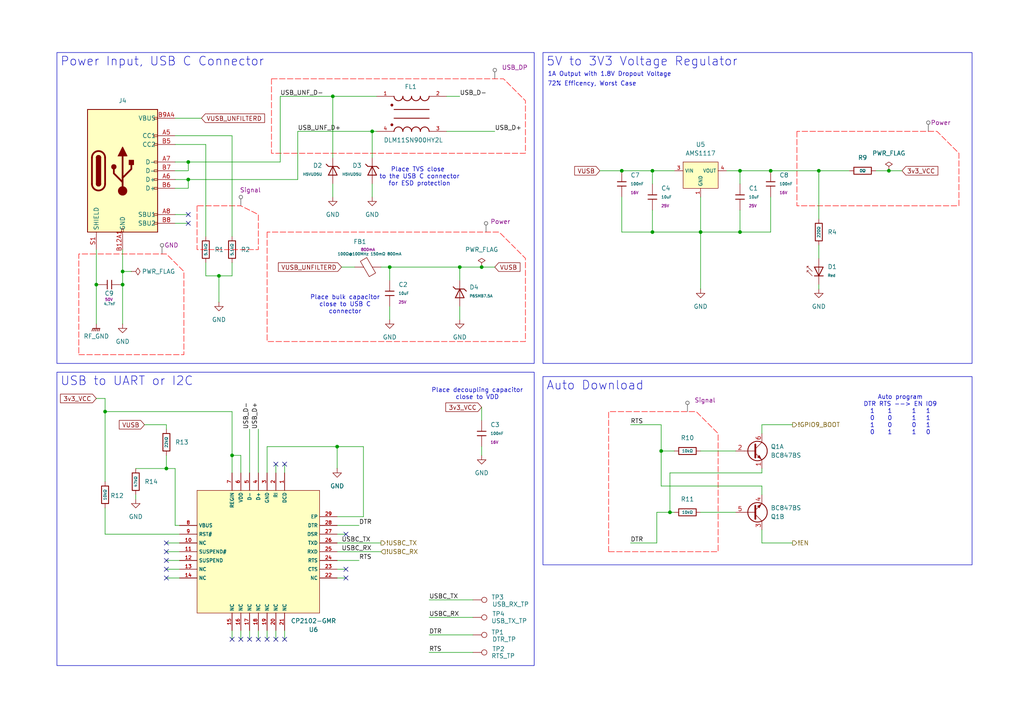
<source format=kicad_sch>
(kicad_sch (version 20250114) (generator "eeschema") (generator_version "9.0")
  (paper "A4")
  (title_block (title "Mileage Logger") (rev "DEV_001") (company "Jake Odgers"))
  (text "Place TVS close \nto the USB C connector\nfor ESD protection\n" (at 121.666 51.308 0) (effects (font (size 1.27 1.27))))
  (text "Place decoupling capacitor\nclose to VDD" (at 138.43 114.3 0) (effects (font (size 1.27 1.27))))
  (text "Auto program\nDTR RTS --> EN IO9\n1    1      1   1\n0    0      1   1\n1    0      0   1\n0    1      1   0\n" (at 261.112 120.396 0) (effects (font (size 1.27 1.27))))
  (text "Place bulk capacitor\nclose to USB C\nconnector" (at 100.076 88.392 0) (effects (font (size 1.27 1.27))))
  (text "72% Efficency, Worst Case" (at 171.704 24.384 0) (effects (font (size 1.27 1.27))))
  (text "1A Output with 1.8V Dropout Voltage" (at 176.784 21.59 0) (effects (font (size 1.27 1.27))))
  (text_box "USB to UART or I2C" (at 16.51 107.95 0) (size 138.43 85.09) (margins 0.9525 0.9525 0.9525 0.9525) (effects (font (size 2.54 2.54)) (justify left top)))
  (text_box "Power Input, USB C Connector" (at 16.51 15.24 0) (size 138.43 90.17) (margins 0.9525 0.9525 0.9525 0.9525) (effects (font (size 2.54 2.54)) (justify left top)))
  (text_box "Auto Download" (at 157.48 109.22 0) (size 124.46 54.61) (margins 0.9525 0.9525 0.9525 0.9525) (effects (font (size 2.54 2.54)) (justify left top)))
  (text_box "5V to 3V3 Voltage Regulator\n" (at 157.48 15.24 0) (size 124.46 90.17) (margins 0.9525 0.9525 0.9525 0.9525) (effects (font (size 2.54 2.54)) (justify left top)))
  (junction (at 257.81 49.53))
  (junction (at 27.94 82.55))
  (junction (at 67.31 132.08))
  (junction (at 194.31 148.59))
  (junction (at 54.61 52.07))
  (junction (at 180.34 49.53))
  (junction (at 214.63 67.31))
  (junction (at 113.03 77.47))
  (junction (at 189.23 67.31))
  (junction (at 54.61 46.99))
  (junction (at 214.63 49.53))
  (junction (at 96.52 27.94))
  (junction (at 139.7 77.47))
  (junction (at 48.26 135.89))
  (junction (at 189.23 49.53))
  (junction (at 191.77 130.81))
  (junction (at 237.49 49.53))
  (junction (at 223.52 49.53))
  (junction (at 97.79 129.54))
  (junction (at 203.2 67.31))
  (junction (at 133.35 77.47))
  (junction (at 30.48 119.38))
  (junction (at 35.56 78.74))
  (junction (at 35.56 82.55))
  (junction (at 63.5 80.01))
  (junction (at 107.95 38.1))
  (no_connect (at 100.33 165.1))
  (no_connect (at 48.26 167.64))
  (no_connect (at 100.33 167.64))
  (no_connect (at 48.26 165.1))
  (no_connect (at 100.33 154.94))
  (no_connect (at 67.31 185.42))
  (no_connect (at 80.01 134.62))
  (no_connect (at 48.26 160.02))
  (no_connect (at 82.55 134.62))
  (no_connect (at 69.85 185.42))
  (no_connect (at 80.01 185.42))
  (no_connect (at 74.93 185.42))
  (no_connect (at 82.55 185.42))
  (no_connect (at 48.26 162.56))
  (no_connect (at 54.61 64.77))
  (no_connect (at 54.61 62.23))
  (no_connect (at 77.47 185.42))
  (no_connect (at 72.39 185.42))
  (no_connect (at 48.26 157.48))
  (wire (pts (xy 173.99 49.53) (xy 180.34 49.53)))
  (wire (pts (xy 110.49 77.47) (xy 113.03 77.47)))
  (wire (pts (xy 97.79 152.4) (xy 104.14 152.4)))
  (wire (pts (xy 35.56 82.55) (xy 35.56 93.98)))
  (wire (pts (xy 27.94 82.55) (xy 27.94 93.98)))
  (wire (pts (xy 48.26 135.89) (xy 50.8 135.89)))
  (wire (pts (xy 107.95 38.1) (xy 109.22 38.1)))
  (wire (pts (xy 214.63 49.53) (xy 214.63 53.34)))
  (wire (pts (xy 194.31 137.16) (xy 194.31 148.59)))
  (wire (pts (xy 254 49.53) (xy 257.81 49.53)))
  (wire (pts (xy 107.95 53.34) (xy 107.95 57.15)))
  (wire (pts (xy 50.8 135.89) (xy 50.8 152.4)))
  (wire (pts (xy 27.94 115.57) (xy 30.48 115.57)))
  (wire (pts (xy 39.37 143.51) (xy 39.37 144.78)))
  (wire (pts (xy 77.47 129.54) (xy 77.47 137.16)))
  (wire (pts (xy 107.95 38.1) (xy 107.95 45.72)))
  (wire (pts (xy 129.54 38.1) (xy 143.51 38.1)))
  (wire (pts (xy 50.8 46.99) (xy 54.61 46.99)))
  (wire (pts (xy 50.8 49.53) (xy 54.61 49.53)))
  (wire (pts (xy 97.79 129.54) (xy 105.41 129.54)))
  (wire (pts (xy 82.55 134.62) (xy 82.55 137.16)))
  (wire (pts (xy 124.46 173.99) (xy 137.16 173.99)))
  (wire (pts (xy 182.88 157.48) (xy 190.5 157.48)))
  (wire (pts (xy 86.36 38.1) (xy 107.95 38.1)))
  (wire (pts (xy 69.85 132.08) (xy 67.31 132.08)))
  (wire (pts (xy 113.03 77.47) (xy 133.35 77.47)))
  (wire (pts (xy 52.07 152.4) (xy 50.8 152.4)))
  (wire (pts (xy 203.2 57.15) (xy 203.2 67.31)))
  (wire (pts (xy 189.23 60.96) (xy 189.23 67.31)))
  (wire (pts (xy 124.46 189.23) (xy 137.16 189.23)))
  (wire (pts (xy 50.8 54.61) (xy 54.61 54.61)))
  (wire (pts (xy 180.34 67.31) (xy 189.23 67.31)))
  (wire (pts (xy 54.61 52.07) (xy 86.36 52.07)))
  (wire (pts (xy 182.88 123.19) (xy 191.77 123.19)))
  (wire (pts (xy 237.49 49.53) (xy 246.38 49.53)))
  (wire (pts (xy 80.01 134.62) (xy 80.01 137.16)))
  (wire (pts (xy 214.63 67.31) (xy 203.2 67.31)))
  (wire (pts (xy 30.48 154.94) (xy 52.07 154.94)))
  (wire (pts (xy 124.46 184.15) (xy 137.16 184.15)))
  (wire (pts (xy 220.98 153.67) (xy 220.98 157.48)))
  (wire (pts (xy 63.5 87.63) (xy 63.5 80.01)))
  (wire (pts (xy 191.77 140.97) (xy 191.77 130.81)))
  (wire (pts (xy 220.98 125.73) (xy 220.98 123.19)))
  (wire (pts (xy 86.36 52.07) (xy 86.36 38.1)))
  (wire (pts (xy 96.52 53.34) (xy 96.52 57.15)))
  (wire (pts (xy 257.81 49.53) (xy 261.62 49.53)))
  (wire (pts (xy 67.31 182.88) (xy 67.31 185.42)))
  (wire (pts (xy 220.98 140.97) (xy 191.77 140.97)))
  (wire (pts (xy 97.79 167.64) (xy 100.33 167.64)))
  (wire (pts (xy 220.98 143.51) (xy 220.98 140.97)))
  (wire (pts (xy 180.34 57.15) (xy 180.34 67.31)))
  (wire (pts (xy 133.35 77.47) (xy 139.7 77.47)))
  (wire (pts (xy 194.31 148.59) (xy 190.5 148.59)))
  (wire (pts (xy 220.98 137.16) (xy 194.31 137.16)))
  (wire (pts (xy 96.52 27.94) (xy 109.22 27.94)))
  (wire (pts (xy 48.26 157.48) (xy 52.07 157.48)))
  (wire (pts (xy 113.03 88.9) (xy 113.03 92.71)))
  (wire (pts (xy 105.41 129.54) (xy 105.41 149.86)))
  (wire (pts (xy 220.98 135.89) (xy 220.98 137.16)))
  (wire (pts (xy 39.37 135.89) (xy 48.26 135.89)))
  (wire (pts (xy 54.61 52.07) (xy 54.61 54.61)))
  (wire (pts (xy 223.52 57.15) (xy 223.52 67.31)))
  (wire (pts (xy 77.47 129.54) (xy 97.79 129.54)))
  (wire (pts (xy 81.28 27.94) (xy 96.52 27.94)))
  (wire (pts (xy 48.26 160.02) (xy 52.07 160.02)))
  (wire (pts (xy 30.48 119.38) (xy 30.48 139.7)))
  (wire (pts (xy 67.31 132.08) (xy 67.31 137.16)))
  (wire (pts (xy 189.23 49.53) (xy 189.23 53.34)))
  (wire (pts (xy 133.35 88.9) (xy 133.35 92.71)))
  (wire (pts (xy 77.47 182.88) (xy 77.47 185.42)))
  (wire (pts (xy 82.55 182.88) (xy 82.55 185.42)))
  (wire (pts (xy 113.03 81.28) (xy 113.03 77.47)))
  (wire (pts (xy 97.79 162.56) (xy 104.14 162.56)))
  (wire (pts (xy 48.26 165.1) (xy 52.07 165.1)))
  (wire (pts (xy 96.52 27.94) (xy 96.52 45.72)))
  (wire (pts (xy 54.61 46.99) (xy 81.28 46.99)))
  (wire (pts (xy 48.26 162.56) (xy 52.07 162.56)))
  (wire (pts (xy 124.46 179.07) (xy 137.16 179.07)))
  (wire (pts (xy 54.61 46.99) (xy 54.61 49.53)))
  (wire (pts (xy 59.69 68.58) (xy 59.69 41.91)))
  (wire (pts (xy 35.56 72.39) (xy 35.56 78.74)))
  (wire (pts (xy 214.63 49.53) (xy 223.52 49.53)))
  (wire (pts (xy 35.56 78.74) (xy 38.1 78.74)))
  (wire (pts (xy 237.49 82.55) (xy 237.49 83.82)))
  (wire (pts (xy 74.93 124.46) (xy 74.93 137.16)))
  (wire (pts (xy 74.93 182.88) (xy 74.93 185.42)))
  (wire (pts (xy 59.69 80.01) (xy 59.69 76.2)))
  (wire (pts (xy 97.79 135.89) (xy 97.79 129.54)))
  (wire (pts (xy 35.56 78.74) (xy 35.56 82.55)))
  (wire (pts (xy 67.31 80.01) (xy 63.5 80.01)))
  (wire (pts (xy 48.26 167.64) (xy 52.07 167.64)))
  (wire (pts (xy 237.49 49.53) (xy 237.49 63.5)))
  (wire (pts (xy 191.77 123.19) (xy 191.77 130.81)))
  (wire (pts (xy 59.69 80.01) (xy 63.5 80.01)))
  (wire (pts (xy 48.26 132.08) (xy 48.26 135.89)))
  (wire (pts (xy 97.79 160.02) (xy 110.49 160.02)))
  (wire (pts (xy 80.01 182.88) (xy 80.01 185.42)))
  (wire (pts (xy 139.7 118.11) (xy 139.7 121.92)))
  (wire (pts (xy 50.8 64.77) (xy 54.61 64.77)))
  (wire (pts (xy 30.48 115.57) (xy 30.48 119.38)))
  (wire (pts (xy 110.49 157.48) (xy 97.79 157.48)))
  (wire (pts (xy 67.31 76.2) (xy 67.31 80.01)))
  (wire (pts (xy 67.31 39.37) (xy 50.8 39.37)))
  (wire (pts (xy 50.8 34.29) (xy 58.42 34.29)))
  (wire (pts (xy 214.63 60.96) (xy 214.63 67.31)))
  (wire (pts (xy 133.35 77.47) (xy 133.35 81.28)))
  (wire (pts (xy 210.82 49.53) (xy 214.63 49.53)))
  (wire (pts (xy 220.98 123.19) (xy 229.87 123.19)))
  (wire (pts (xy 30.48 154.94) (xy 30.48 147.32)))
  (wire (pts (xy 67.31 119.38) (xy 67.31 132.08)))
  (wire (pts (xy 59.69 41.91) (xy 50.8 41.91)))
  (wire (pts (xy 189.23 67.31) (xy 203.2 67.31)))
  (wire (pts (xy 223.52 67.31) (xy 214.63 67.31)))
  (wire (pts (xy 72.39 124.46) (xy 72.39 137.16)))
  (wire (pts (xy 190.5 148.59) (xy 190.5 157.48)))
  (wire (pts (xy 50.8 62.23) (xy 54.61 62.23)))
  (wire (pts (xy 139.7 77.47) (xy 143.51 77.47)))
  (wire (pts (xy 139.7 129.54) (xy 139.7 132.08)))
  (wire (pts (xy 81.28 46.99) (xy 81.28 27.94)))
  (wire (pts (xy 97.79 154.94) (xy 100.33 154.94)))
  (wire (pts (xy 223.52 49.53) (xy 237.49 49.53)))
  (wire (pts (xy 105.41 149.86) (xy 97.79 149.86)))
  (wire (pts (xy 191.77 130.81) (xy 195.58 130.81)))
  (wire (pts (xy 203.2 67.31) (xy 203.2 83.82)))
  (wire (pts (xy 195.58 148.59) (xy 194.31 148.59)))
  (wire (pts (xy 48.26 124.46) (xy 48.26 123.19)))
  (wire (pts (xy 72.39 182.88) (xy 72.39 185.42)))
  (wire (pts (xy 30.48 119.38) (xy 67.31 119.38)))
  (wire (pts (xy 180.34 49.53) (xy 189.23 49.53)))
  (wire (pts (xy 203.2 130.81) (xy 213.36 130.81)))
  (wire (pts (xy 220.98 157.48) (xy 229.87 157.48)))
  (wire (pts (xy 27.94 72.39) (xy 27.94 82.55)))
  (wire (pts (xy 67.31 39.37) (xy 67.31 68.58)))
  (wire (pts (xy 203.2 148.59) (xy 213.36 148.59)))
  (wire (pts (xy 48.26 123.19) (xy 41.91 123.19)))
  (wire (pts (xy 69.85 137.16) (xy 69.85 132.08)))
  (wire (pts (xy 97.79 165.1) (xy 100.33 165.1)))
  (wire (pts (xy 129.54 27.94) (xy 133.35 27.94)))
  (wire (pts (xy 99.06 77.47) (xy 102.87 77.47)))
  (wire (pts (xy 189.23 49.53) (xy 195.58 49.53)))
  (wire (pts (xy 69.85 182.88) (xy 69.85 185.42)))
  (wire (pts (xy 237.49 71.12) (xy 237.49 74.93)))
  (wire (pts (xy 54.61 52.07) (xy 50.8 52.07)))
  (label "RTS" (at 104.14 162.56 0))
  (label "DTR" (at 124.46 184.15 0))
  (label "RTS" (at 182.88 123.19 0))
  (label "USB_UNF_D+" (at 86.36 38.1 0))
  (label "DTR" (at 182.88 157.48 0))
  (label "USB_D-" (at 133.35 27.94 0))
  (label "USB_D+" (at 74.93 124.46 90))
  (label "RTS" (at 124.46 189.23 0))
  (label "USBC_RX" (at 124.46 179.07 0))
  (label "USBC_TX" (at 99.06 157.48 0))
  (label "DTR" (at 104.14 152.4 0))
  (label "USB_UNF_D-" (at 81.28 27.94 0))
  (label "USBC_TX" (at 124.46 173.99 0))
  (label "USBC_RX" (at 99.06 160.02 0))
  (label "USB_D-" (at 72.39 124.46 90))
  (label "USB_D+" (at 143.51 38.1 0))
  (global_label "VUSB" (shape input) (at 173.99 49.53 180) (property "Intersheetrefs" "${INTERSHEET_REFS}" (effects (hide yes))))
  (global_label "VUSB_UNFILTERD" (shape input) (at 99.06 77.47 180) (property "Intersheetrefs" "${INTERSHEET_REFS}" (effects (hide yes))))
  (global_label "VUSB" (shape input) (at 143.51 77.47 0) (property "Intersheetrefs" "${INTERSHEET_REFS}" (effects (hide yes))))
  (global_label "VUSB_UNFILTERD" (shape input) (at 58.42 34.29 0) (property "Intersheetrefs" "${INTERSHEET_REFS}" (effects (hide yes))))
  (global_label "3v3_VCC" (shape input) (at 139.7 118.11 180) (property "Intersheetrefs" "${INTERSHEET_REFS}" (effects (hide yes))))
  (global_label "VUSB" (shape input) (at 41.91 123.19 180) (property "Intersheetrefs" "${INTERSHEET_REFS}" (effects (hide yes))))
  (global_label "3v3_VCC" (shape input) (at 27.94 115.57 180) (property "Intersheetrefs" "${INTERSHEET_REFS}" (effects (hide yes))))
  (global_label "3v3_VCC" (shape input) (at 261.62 49.53 0) (property "Intersheetrefs" "${INTERSHEET_REFS}" (effects (hide yes))))
  (hierarchical_label "!GPIO9_BOOT" (shape output) (at 229.87 123.19 0))
  (hierarchical_label "!USBC_TX" (shape output) (at 110.49 157.48 0))
  (hierarchical_label "!EN" (shape output) (at 229.87 157.48 0))
  (hierarchical_label "!USBC_RX" (shape input) (at 110.49 160.02 0))
  (rule_area (polyline (pts (xy 176.53 160.02) (xy 208.28 160.02) (xy 208.28 125.73) (xy 201.93 119.38) (xy 176.53 119.38)) (stroke (width 0) (type dash))))
  (rule_area (polyline (pts (xy 22.86 102.87) (xy 53.34 102.87) (xy 53.34 78.74) (xy 48.26 73.66) (xy 22.86 73.66)) (stroke (width 0) (type dash))))
  (rule_area (polyline (pts (xy 57.15 59.69) (xy 57.15 72.39) (xy 74.93 72.39) (xy 74.93 62.23) (xy 69.85 59.69)) (stroke (width 0) (type dash))))
  (rule_area (polyline (pts (xy 231.14 38.1) (xy 231.14 59.69) (xy 278.13 59.69) (xy 278.13 44.45) (xy 271.78 38.1)) (stroke (width 0) (type dash))))
  (rule_area (polyline (pts (xy 77.47 67.31) (xy 77.47 99.06) (xy 152.4 99.06) (xy 152.4 74.93) (xy 144.78 67.31)) (stroke (width 0) (type dash))))
  (rule_area (polyline (pts (xy 78.74 22.86) (xy 146.05 22.86) (xy 152.4 29.21) (xy 152.4 44.45) (xy 78.74 44.45)) (stroke (width 0) (type dash))))
  (netclass_flag "" (length 2.54) (shape round) (at 46.99 73.66 0) (property "Netclass" "GND" (at 47.6885 71.12 0) (effects (justify left))))
  (netclass_flag "" (length 2.54) (shape round) (at 199.39 119.38 0) (property "Netclass" "Signal" (at 201.422 116.078 0) (effects (justify left))))
  (netclass_flag "" (length 2.54) (shape round) (at 143.51 22.86 0) (property "Netclass" "USB_DP" (at 145.542 19.558 0) (effects (justify left))))
  (netclass_flag "" (length 2.54) (shape round) (at 69.85 59.69 0) (property "Netclass" "Signal" (at 75.692 55.118 0) (effects (justify right))))
  (netclass_flag "" (length 2.54) (shape round) (at 269.24 38.1 0) (property "Netclass" "Power" (at 269.9385 35.56 0) (effects (justify left))))
  (netclass_flag "" (length 2.54) (shape round) (at 140.97 67.31 0) (property "Netclass" "Power" (at 142.24 64.262 0) (effects (justify left))))
  (symbol (lib_id "PCM_JLCPCB-Capacitors:0402,100nF") (at 223.52 53.34 0) (unit 1)
    (property "Reference" "C8" (at 226.06 50.7999 0) (effects (justify left)))
    (property "Value" "100nF" (at 226.06 53.34 0) (effects (font (size 0.8 0.8)) (justify left)))
    (property "Footprint" "PCM_JLCPCB:C_0402" (effects (hide yes)))
    (property "Datasheet" "https://www.lcsc.com/datasheet/lcsc_datasheet_2304140030_Samsung-Electro-Mechanics-CL05B104KO5NNNC_C1525.pdf" (effects (hide yes)))
    (property "Description" "16V 100nF X7R ±10% 0402 Multilayer Ceramic Capacitors MLCC - SMD/SMT ROHS" (effects (hide yes)))
    (property "LCSC" "C1525" (effects (hide yes)))
    (property "Stock" "20208285" (effects (hide yes)))
    (property "Price" "0.004USD" (effects (hide yes)))
    (property "Process" "SMT" (effects (hide yes)))
    (property "Minimum Qty" "20" (effects (hide yes)))
    (property "Attrition Qty" "10" (effects (hide yes)))
    (property "Class" "Basic Component" (effects (hide yes)))
    (property "Category" "Capacitors,Multilayer Ceramic Capacitors MLCC - SMD/SMT" (effects (hide yes)))
    (property "Manufacturer" "Samsung Electro-Mechanics" (effects (hide yes)))
    (property "Part" "CL05B104KO5NNNC" (effects (hide yes)))
    (property "Voltage Rated" "16V" (at 226.06 55.88 0) (effects (font (size 0.8 0.8)) (justify left)))
    (property "Tolerance" "±10%" (effects (hide yes)))
    (property "Capacitance" "100nF" (effects (hide yes)))
    (property "Temperature Coefficient" "X7R" (effects (hide yes)))
  )
  (symbol (lib_id "PCM_JLCPCB-Power:LDO, 3.3V, 1A") (at 203.2 52.07 0) (unit 1)
    (property "Reference" "U5" (at 203.2 41.91 0))
    (property "Value" "AMS1117" (at 203.2 44.45 0))
    (property "Footprint" "PCM_JLCPCB:SOT-223-3_L6.5-W3.4-P2.30-LS7.0-BR" (effects (hide yes)))
    (property "Datasheet" "https://www.lcsc.com/datasheet/lcsc_datasheet_2410121508_Advanced-Monolithic-Systems-AMS1117-3-3_C6186.pdf" (effects (hide yes)))
    (property "Description" "72dB@(120Hz) 1A Fixed 3.3V Positive electrode SOT-223 Voltage Regulators - Linear, Low Drop Out (LDO) Regulators ROHS" (effects (hide yes)))
    (property "LCSC" "C6186" (effects (hide yes)))
    (property "Stock" "1270542" (effects (hide yes)))
    (property "Price" "0.169USD" (effects (hide yes)))
    (property "Process" "SMT" (effects (hide yes)))
    (property "Minimum Qty" "2" (effects (hide yes)))
    (property "Attrition Qty" "0" (effects (hide yes)))
    (property "Class" "Basic Component" (effects (hide yes)))
    (property "Category" "Power Management ICs,Linear Voltage Regulators (LDO)" (effects (hide yes)))
    (property "Manufacturer" "Advanced Monolithic Systems" (effects (hide yes)))
    (property "Part" "AMS1117-3.3" (effects (hide yes)))
    (property "Number Of Outputs" "1" (effects (hide yes)))
    (property "Output Voltage" "3.3V" (effects (hide yes)))
    (property "Dropout Voltage" "1.3V@(800mA)" (effects (hide yes)))
    (property "Output Current" "1A" (effects (hide yes)))
    (property "Output Type" "Fixed" (effects (hide yes)))
    (property "Output Polarity" "Positive electrode" (effects (hide yes)))
    (property "Power Supply Rejection Ratio (Psrr)" "72dB@(120Hz)" (effects (hide yes)))
    (property "Feature" "Overcurrent Protection(OCP);Thermal Protection(TSD)" (effects (hide yes)))
  )
  (symbol (lib_id "power:GND") (at 63.5 87.63 0) (unit 1)
    (property "Reference" "#PWR07" (effects (hide yes)))
    (property "Value" "GND" (at 63.5 92.71 0))
    (property "Description" "Power symbol creates a global label with name \"GND\" , ground" (effects (hide yes)))
  )
  (symbol (lib_id "PCM_JLCPCB-Resistors:0402,10kΩ") (at 199.39 130.81 90) (unit 1)
    (property "Reference" "R10" (at 199.39 127 90))
    (property "Value" "10kΩ" (at 199.39 130.81 90) (effects (font (size 0.8 0.8))))
    (property "Footprint" "PCM_JLCPCB:R_0402" (effects (hide yes)))
    (property "Datasheet" "https://www.lcsc.com/datasheet/lcsc_datasheet_2411221126_UNI-ROYAL-Uniroyal-Elec-0402WGF1002TCE_C25744.pdf" (effects (hide yes)))
    (property "Description" "62.5mW Thick Film Resistors 50V ±100ppm/°C ±1% 10kΩ 0402 Chip Resistor - Surface Mount ROHS" (effects (hide yes)))
    (property "LCSC" "C25744" (effects (hide yes)))
    (property "Stock" "24372091" (effects (hide yes)))
    (property "Price" "0.004USD" (effects (hide yes)))
    (property "Process" "SMT" (effects (hide yes)))
    (property "Minimum Qty" "20" (effects (hide yes)))
    (property "Attrition Qty" "10" (effects (hide yes)))
    (property "Class" "Basic Component" (effects (hide yes)))
    (property "Category" "Resistors,Chip Resistor - Surface Mount" (effects (hide yes)))
    (property "Manufacturer" "UNI-ROYAL(Uniroyal Elec)" (effects (hide yes)))
    (property "Part" "0402WGF1002TCE" (effects (hide yes)))
    (property "Resistance" "10kΩ" (effects (hide yes)))
    (property "Power(Watts)" "62.5mW" (effects (hide yes)))
    (property "Type" "Thick Film Resistors" (effects (hide yes)))
    (property "Overload Voltage (Max)" "50V" (effects (hide yes)))
    (property "Operating Temperature Range" "-55°C~+155°C" (effects (hide yes)))
    (property "Tolerance" "±1%" (effects (hide yes)))
    (property "Temperature Coefficient" "±100ppm/°C" (effects (hide yes)))
  )
  (symbol (lib_id "PCM_JLCPCB-Resistors:0402,10kΩ") (at 30.48 143.51 0) (unit 1)
    (property "Reference" "R12" (at 32.004 143.764 0) (effects (justify left)))
    (property "Value" "10kΩ" (at 30.48 143.51 90) (effects (font (size 0.8 0.8))))
    (property "Footprint" "PCM_JLCPCB:R_0402" (effects (hide yes)))
    (property "Datasheet" "https://www.lcsc.com/datasheet/lcsc_datasheet_2411221126_UNI-ROYAL-Uniroyal-Elec-0402WGF1002TCE_C25744.pdf" (effects (hide yes)))
    (property "Description" "62.5mW Thick Film Resistors 50V ±100ppm/°C ±1% 10kΩ 0402 Chip Resistor - Surface Mount ROHS" (effects (hide yes)))
    (property "LCSC" "C25744" (effects (hide yes)))
    (property "Stock" "24372091" (effects (hide yes)))
    (property "Price" "0.004USD" (effects (hide yes)))
    (property "Process" "SMT" (effects (hide yes)))
    (property "Minimum Qty" "20" (effects (hide yes)))
    (property "Attrition Qty" "10" (effects (hide yes)))
    (property "Class" "Basic Component" (effects (hide yes)))
    (property "Category" "Resistors,Chip Resistor - Surface Mount" (effects (hide yes)))
    (property "Manufacturer" "UNI-ROYAL(Uniroyal Elec)" (effects (hide yes)))
    (property "Part" "0402WGF1002TCE" (effects (hide yes)))
    (property "Resistance" "10kΩ" (effects (hide yes)))
    (property "Power(Watts)" "62.5mW" (effects (hide yes)))
    (property "Type" "Thick Film Resistors" (effects (hide yes)))
    (property "Overload Voltage (Max)" "50V" (effects (hide yes)))
    (property "Operating Temperature Range" "-55°C~+155°C" (effects (hide yes)))
    (property "Tolerance" "±1%" (effects (hide yes)))
    (property "Temperature Coefficient" "±100ppm/°C" (effects (hide yes)))
  )
  (symbol (lib_id "PCM_JLCPCB-Capacitors:0603,10uF,(2)") (at 189.23 57.15 0) (unit 1)
    (property "Reference" "C4" (at 191.77 54.6099 0) (effects (justify left)))
    (property "Value" "10uF" (at 191.77 57.15 0) (effects (font (size 0.8 0.8)) (justify left)))
    (property "Footprint" "PCM_JLCPCB:C_0603" (effects (hide yes)))
    (property "Datasheet" "https://www.lcsc.com/datasheet/lcsc_datasheet_2304140030_Samsung-Electro-Mechanics-CL10A106MA8NRNC_C96446.pdf" (effects (hide yes)))
    (property "Description" "25V 10uF X5R ±20% 0603 Multilayer Ceramic Capacitors MLCC - SMD/SMT ROHS" (effects (hide yes)))
    (property "LCSC" "C96446" (effects (hide yes)))
    (property "Stock" "3388297" (effects (hide yes)))
    (property "Price" "0.021USD" (effects (hide yes)))
    (property "Process" "SMT" (effects (hide yes)))
    (property "Minimum Qty" "20" (effects (hide yes)))
    (property "Attrition Qty" "8" (effects (hide yes)))
    (property "Class" "Basic Component" (effects (hide yes)))
    (property "Category" "Capacitors,Multilayer Ceramic Capacitors MLCC - SMD/SMT" (effects (hide yes)))
    (property "Manufacturer" "Samsung Electro-Mechanics" (effects (hide yes)))
    (property "Part" "CL10A106MA8NRNC" (effects (hide yes)))
    (property "Voltage Rated" "25V" (at 191.77 59.69 0) (effects (font (size 0.8 0.8)) (justify left)))
    (property "Tolerance" "±20%" (effects (hide yes)))
    (property "Capacitance" "10uF" (effects (hide yes)))
    (property "Temperature Coefficient" "X5R" (effects (hide yes)))
  )
  (symbol (lib_id "power:GND") (at 97.79 135.89 0) (unit 1)
    (property "Reference" "#PWR01" (effects (hide yes)))
    (property "Value" "GND" (at 97.79 140.97 0))
    (property "Description" "Power symbol creates a global label with name \"GND\" , ground" (effects (hide yes)))
  )
  (symbol (lib_id "PCM_JLCPCB-Diodes:TVS-Uni,H5VUD5U") (at 107.95 49.53 0) (mirror x) (unit 1)
    (property "Reference" "D3" (at 104.902 48.006 0) (effects (justify right)))
    (property "Value" "H5VUD5U" (at 104.902 50.5461 0) (effects (font (size 0.8 0.8)) (justify right)))
    (property "Footprint" "PCM_JLCPCB:D_SOD-523" (effects (hide yes)))
    (property "Datasheet" "https://wmsc.lcsc.com/wmsc/upload/file/pdf/v2/lcsc/2404031005_hongjiacheng-H5VUD5U_C20617921.pdf" (effects (hide yes)))
    (property "Description" "5A 75W 15V 9V Unidirectional 5V SOD-523 ESD and Surge Protection (TVS/ESD) ROHS" (effects (hide yes)))
    (property "LCSC" "C20617921" (effects (hide yes)))
    (property "Stock" "18119" (effects (hide yes)))
    (property "Price" "0.022USD" (effects (hide yes)))
    (property "Process" "SMT" (effects (hide yes)))
    (property "Minimum Qty" "20" (effects (hide yes)))
    (property "Attrition Qty" "6" (effects (hide yes)))
    (property "Class" "Preferred Component" (effects (hide yes)))
    (property "Category" "TVS/Fuse/Board Level Protection,Electrostatic And Surge Protection (TVS/ESD)" (effects (hide yes)))
    (property "Manufacturer" "hongjiacheng" (effects (hide yes)))
    (property "Part" "H5VUD5U" (effects (hide yes)))
  )
  (symbol (lib_id "PCM_JLCPCB-Capacitors:0603,10uF,(2)") (at 214.63 57.15 0) (unit 1)
    (property "Reference" "C1" (at 217.17 54.6099 0) (effects (justify left)))
    (property "Value" "10uF" (at 217.17 57.15 0) (effects (font (size 0.8 0.8)) (justify left)))
    (property "Footprint" "PCM_JLCPCB:C_0603" (effects (hide yes)))
    (property "Datasheet" "https://www.lcsc.com/datasheet/lcsc_datasheet_2304140030_Samsung-Electro-Mechanics-CL10A106MA8NRNC_C96446.pdf" (effects (hide yes)))
    (property "Description" "25V 10uF X5R ±20% 0603 Multilayer Ceramic Capacitors MLCC - SMD/SMT ROHS" (effects (hide yes)))
    (property "LCSC" "C96446" (effects (hide yes)))
    (property "Stock" "3388297" (effects (hide yes)))
    (property "Price" "0.021USD" (effects (hide yes)))
    (property "Process" "SMT" (effects (hide yes)))
    (property "Minimum Qty" "20" (effects (hide yes)))
    (property "Attrition Qty" "8" (effects (hide yes)))
    (property "Class" "Basic Component" (effects (hide yes)))
    (property "Category" "Capacitors,Multilayer Ceramic Capacitors MLCC - SMD/SMT" (effects (hide yes)))
    (property "Manufacturer" "Samsung Electro-Mechanics" (effects (hide yes)))
    (property "Part" "CL10A106MA8NRNC" (effects (hide yes)))
    (property "Voltage Rated" "25V" (at 217.17 59.69 0) (effects (font (size 0.8 0.8)) (justify left)))
    (property "Tolerance" "±20%" (effects (hide yes)))
    (property "Capacitance" "10uF" (effects (hide yes)))
    (property "Temperature Coefficient" "X5R" (effects (hide yes)))
  )
  (symbol (lib_id "PCM_JLCPCB-Diodes:TVS-Uni,P6SMB7.5A") (at 133.35 85.09 0) (mirror x) (unit 1)
    (property "Reference" "D4" (at 136.144 83.312 0) (effects (justify left)))
    (property "Value" "P6SMB7.5A" (at 136.144 85.8521 0) (effects (font (size 0.8 0.8)) (justify left)))
    (property "Footprint" "PCM_JLCPCB:D_SMB" (effects (hide yes)))
    (property "Datasheet" "https://www.lcsc.com/datasheet/lcsc_datasheet_2501071555_hongjiacheng-P6SMB7-5A_C42394408.pdf" (effects (hide yes)))
    (property "Description" "6.4V 11.3V 53.1A 500uA 7.88V 600W -55°C~+150°C SMB ESD and Surge Protection (TVS/ESD)" (effects (hide yes)))
    (property "LCSC" "C42394408" (effects (hide yes)))
    (property "Stock" "2544" (effects (hide yes)))
    (property "Price" "0.049USD" (effects (hide yes)))
    (property "Process" "SMT" (effects (hide yes)))
    (property "Minimum Qty" "5" (effects (hide yes)))
    (property "Attrition Qty" "2" (effects (hide yes)))
    (property "Class" "Preferred Component" (effects (hide yes)))
    (property "Category" "Circuit Protection,ESD And Surge Protection (TVS/ESD)" (effects (hide yes)))
    (property "Manufacturer" "hongjiacheng" (effects (hide yes)))
    (property "Part" "P6SMB7.5A" (effects (hide yes)))
    (property "Operating Temperature" "-55°C~+150°C" (effects (hide yes)))
    (property "Peak Pulse Power Dissipation (Ppp)" "600W" (effects (hide yes)))
    (property "Clamping Voltage" "11.3V" (effects (hide yes)))
    (property "Peak Pulse Current (Ipp)" "53.1A" (effects (hide yes)))
    (property "Voltage - Breakdown" "7.88V" (effects (hide yes)))
    (property "Reverse Stand-Off Voltage (Vrwm)" "6.4V" (effects (hide yes)))
    (property "Reverse Leakage Current (Ir)" "500uA" (effects (hide yes)))
  )
  (symbol (lib_id "PCM_JLCPCB-Interface:Transceiver, USB") (at 74.93 160.02 270) (unit 1)
    (property "Reference" "U6" (at 90.932 182.626 90))
    (property "Value" "CP2102-GMR" (at 90.932 180.086 90))
    (property "Footprint" "PCM_JLCPCB:WQFN-28_L5.0-W5.0-P0.50-BL-EP3.2" (effects (hide yes)))
    (property "Datasheet" "https://www.lcsc.com/datasheet/lcsc_datasheet_1811081920_SKYWORKS-SILICON-LABS-CP2102-GMR_C6568.pdf" (effects (hide yes)))
    (property "Description" "12Mbps Transceiver USB WQFN-28-EP(5x5) USB Converters ROHS" (effects (hide yes)))
    (property "LCSC" "C6568" (effects (hide yes)))
    (property "Stock" "18224" (effects (hide yes)))
    (property "Price" "2.002USD" (effects (hide yes)))
    (property "Process" "SMT" (effects (hide yes)))
    (property "Minimum Qty" "1" (effects (hide yes)))
    (property "Attrition Qty" "0" (effects (hide yes)))
    (property "Class" "Preferred Component" (effects (hide yes)))
    (property "Category" "Interface ICs,USB ICs" (effects (hide yes)))
    (property "Manufacturer" "SILICON LABS" (effects (hide yes)))
    (property "Part" "CP2102-GMR" (effects (hide yes)))
    (property "Protocol" "USB" (effects (hide yes)))
    (property "Supply Voltage" "3V~3.6V" (effects (hide yes)))
    (property "Applications Function" "Transceiver" (effects (hide yes)))
    (property "Data Rate" "12Mbps" (effects (hide yes)))
  )
  (symbol (lib_id "PCM_JLCPCB-Resistors:0402,5.1kΩ") (at 59.69 72.39 0) (unit 1)
    (property "Reference" "R1" (at 62.23 72.3899 0) (effects (justify left)))
    (property "Value" "5.1kΩ" (at 59.69 72.39 90) (effects (font (size 0.8 0.8))))
    (property "Footprint" "PCM_JLCPCB:R_0402" (effects (hide yes)))
    (property "Datasheet" "https://www.lcsc.com/datasheet/lcsc_datasheet_2206010045_UNI-ROYAL-Uniroyal-Elec-0402WGF5101TCE_C25905.pdf" (effects (hide yes)))
    (property "Description" "62.5mW Thick Film Resistors 50V ±100ppm/°C ±1% 5.1kΩ 0402 Chip Resistor - Surface Mount ROHS" (effects (hide yes)))
    (property "LCSC" "C25905" (effects (hide yes)))
    (property "Stock" "3534773" (effects (hide yes)))
    (property "Price" "0.004USD" (effects (hide yes)))
    (property "Process" "SMT" (effects (hide yes)))
    (property "Minimum Qty" "20" (effects (hide yes)))
    (property "Attrition Qty" "10" (effects (hide yes)))
    (property "Class" "Basic Component" (effects (hide yes)))
    (property "Category" "Resistors,Chip Resistor - Surface Mount" (effects (hide yes)))
    (property "Manufacturer" "UNI-ROYAL(Uniroyal Elec)" (effects (hide yes)))
    (property "Part" "0402WGF5101TCE" (effects (hide yes)))
    (property "Resistance" "5.1kΩ" (effects (hide yes)))
    (property "Power(Watts)" "62.5mW" (effects (hide yes)))
    (property "Type" "Thick Film Resistors" (effects (hide yes)))
    (property "Overload Voltage (Max)" "50V" (effects (hide yes)))
    (property "Operating Temperature Range" "-55°C~+155°C" (effects (hide yes)))
    (property "Tolerance" "±1%" (effects (hide yes)))
    (property "Temperature Coefficient" "±100ppm/°C" (effects (hide yes)))
  )
  (symbol (lib_id "power:GND") (at 107.95 57.15 0) (unit 1)
    (property "Reference" "#PWR011" (effects (hide yes)))
    (property "Value" "GND" (at 107.95 62.23 0))
    (property "Description" "Power symbol creates a global label with name \"GND\" , ground" (effects (hide yes)))
  )
  (symbol (lib_id "Connector:TestPoint") (at 137.16 179.07 270) (unit 1) (in_bom no)
    (property "Reference" "TP4" (at 142.748 178.054 90) (effects (justify left)))
    (property "Value" "USB_TX_TP" (at 142.494 180.086 90) (effects (justify left)))
    (property "Footprint" "TestPoint:TestPoint_Pad_D2.5mm" (effects (hide yes)))
    (property "Description" "test point" (effects (hide yes)))
  )
  (symbol (lib_id "power:GNDPWR") (at 27.94 93.98 0) (unit 1)
    (property "Reference" "#PWR015" (effects (hide yes)))
    (property "Value" "RF_GND" (at 27.94 97.536 0))
    (property "Description" "Power symbol creates a global label with name \"GNDPWR\" , global ground" (effects (hide yes)))
  )
  (symbol (lib_id "PCM_JLCPCB-Capacitors:0402,100nF") (at 180.34 53.34 0) (unit 1)
    (property "Reference" "C7" (at 182.88 50.7999 0) (effects (justify left)))
    (property "Value" "100nF" (at 182.88 53.34 0) (effects (font (size 0.8 0.8)) (justify left)))
    (property "Footprint" "PCM_JLCPCB:C_0402" (effects (hide yes)))
    (property "Datasheet" "https://www.lcsc.com/datasheet/lcsc_datasheet_2304140030_Samsung-Electro-Mechanics-CL05B104KO5NNNC_C1525.pdf" (effects (hide yes)))
    (property "Description" "16V 100nF X7R ±10% 0402 Multilayer Ceramic Capacitors MLCC - SMD/SMT ROHS" (effects (hide yes)))
    (property "LCSC" "C1525" (effects (hide yes)))
    (property "Stock" "20208285" (effects (hide yes)))
    (property "Price" "0.004USD" (effects (hide yes)))
    (property "Process" "SMT" (effects (hide yes)))
    (property "Minimum Qty" "20" (effects (hide yes)))
    (property "Attrition Qty" "10" (effects (hide yes)))
    (property "Class" "Basic Component" (effects (hide yes)))
    (property "Category" "Capacitors,Multilayer Ceramic Capacitors MLCC - SMD/SMT" (effects (hide yes)))
    (property "Manufacturer" "Samsung Electro-Mechanics" (effects (hide yes)))
    (property "Part" "CL05B104KO5NNNC" (effects (hide yes)))
    (property "Voltage Rated" "16V" (at 182.88 55.88 0) (effects (font (size 0.8 0.8)) (justify left)))
    (property "Tolerance" "±10%" (effects (hide yes)))
    (property "Capacitance" "100nF" (effects (hide yes)))
    (property "Temperature Coefficient" "X7R" (effects (hide yes)))
  )
  (symbol (lib_id "Connector:TestPoint") (at 137.16 173.99 270) (mirror x) (unit 1) (in_bom no)
    (property "Reference" "TP3" (at 142.494 173.228 90) (effects (justify left)))
    (property "Value" "USB_RX_TP" (at 142.748 175.26 90) (effects (justify left)))
    (property "Footprint" "TestPoint:TestPoint_Pad_D2.5mm" (effects (hide yes)))
    (property "Description" "test point" (effects (hide yes)))
  )
  (symbol (lib_id "PCM_JLCPCB-Extended:Connector, USB-TYPE-C-16P") (at 35.56 49.53 0) (unit 1)
    (property "Reference" "J4" (at 35.56 29.21 0))
    (property "Value" "Connector, USB-TYPE-C-16P" (effects (hide yes)))
    (property "Footprint" "PCM_JLCPCB:TYPE-C-SMD_HX-TYPE-C-16PIN" (effects (hide yes)))
    (property "Datasheet" "https://atta.szlcsc.com/upload/public/pdf/source/20220920/0EF8F885FCCEA71F60E9E85152155021.pdf" (effects (hide yes)))
    (property "Description" "3A 1 Horizontal attachment 16P Female -25℃~+85℃ Type-C SMD USB Connectors ROHS" (effects (hide yes)))
    (property "LCSC" "C2927039" (effects (hide yes)))
  )
  (symbol (lib_id "power:GND") (at 139.7 132.08 0) (unit 1)
    (property "Reference" "#PWR08" (effects (hide yes)))
    (property "Value" "GND" (at 139.7 137.16 0))
    (property "Description" "Power symbol creates a global label with name \"GND\" , ground" (effects (hide yes)))
  )
  (symbol (lib_id "power:GND") (at 203.2 83.82 0) (unit 1)
    (property "Reference" "#PWR02" (effects (hide yes)))
    (property "Value" "GND" (at 203.2 88.9 0))
    (property "Description" "Power symbol creates a global label with name \"GND\" , ground" (effects (hide yes)))
  )
  (symbol (lib_id "power:GND") (at 35.56 93.98 0) (unit 1)
    (property "Reference" "#PWR06" (effects (hide yes)))
    (property "Value" "GND" (at 35.56 99.06 0))
    (property "Description" "Power symbol creates a global label with name \"GND\" , ground" (effects (hide yes)))
  )
  (symbol (lib_id "power:GND") (at 133.35 92.71 0) (unit 1)
    (property "Reference" "#PWR012" (effects (hide yes)))
    (property "Value" "GND" (at 133.35 97.79 0))
    (property "Description" "Power symbol creates a global label with name \"GND\" , ground" (effects (hide yes)))
  )
  (symbol (lib_id "PCM_JLCPCB-Diodes:TVS-Uni,H5VUD5U") (at 96.52 49.53 0) (mirror x) (unit 1)
    (property "Reference" "D2" (at 93.472 48.006 0) (effects (justify right)))
    (property "Value" "H5VUD5U" (at 93.472 50.5461 0) (effects (font (size 0.8 0.8)) (justify right)))
    (property "Footprint" "PCM_JLCPCB:D_SOD-523" (effects (hide yes)))
    (property "Datasheet" "https://wmsc.lcsc.com/wmsc/upload/file/pdf/v2/lcsc/2404031005_hongjiacheng-H5VUD5U_C20617921.pdf" (effects (hide yes)))
    (property "Description" "5A 75W 15V 9V Unidirectional 5V SOD-523 ESD and Surge Protection (TVS/ESD) ROHS" (effects (hide yes)))
    (property "LCSC" "C20617921" (effects (hide yes)))
    (property "Stock" "18119" (effects (hide yes)))
    (property "Price" "0.022USD" (effects (hide yes)))
    (property "Process" "SMT" (effects (hide yes)))
    (property "Minimum Qty" "20" (effects (hide yes)))
    (property "Attrition Qty" "6" (effects (hide yes)))
    (property "Class" "Preferred Component" (effects (hide yes)))
    (property "Category" "TVS/Fuse/Board Level Protection,Electrostatic And Surge Protection (TVS/ESD)" (effects (hide yes)))
    (property "Manufacturer" "hongjiacheng" (effects (hide yes)))
    (property "Part" "H5VUD5U" (effects (hide yes)))
  )
  (symbol (lib_id "power:GND") (at 39.37 144.78 0) (unit 1)
    (property "Reference" "#PWR016" (effects (hide yes)))
    (property "Value" "GND" (at 39.37 149.86 0))
    (property "Description" "Power symbol creates a global label with name \"GND\" , ground" (effects (hide yes)))
  )
  (symbol (lib_id "PCM_JLCPCB-Transistor-Packages:NPN, 2 Channel, BC847BS") (at 218.44 130.81 0) (unit 1)
    (property "Reference" "Q1" (at 223.52 129.5399 0) (effects (justify left)))
    (property "Value" "BC847BS" (at 223.52 132.0799 0) (effects (justify left)))
    (property "Footprint" "PCM_JLCPCB:SOT-363_SC-70-6" (effects (hide yes)))
    (property "Datasheet" "https://www.lcsc.com/datasheet/lcsc_datasheet_2409041457_hongjiacheng-BC847BS_C41375126.pdf" (effects (hide yes)))
    (property "Description" "SOT-363 Bipolar (BJT) ROHS" (effects (hide yes)))
    (property "LCSC" "C41375126" (effects (hide yes)))
    (property "Stock" "13866" (effects (hide yes)))
    (property "Price" "0.032USD" (effects (hide yes)))
    (property "Process" "SMT" (effects (hide yes)))
    (property "Minimum Qty" "10" (effects (hide yes)))
    (property "Attrition Qty" "4" (effects (hide yes)))
    (property "Class" "Preferred Component" (effects (hide yes)))
    (property "Category" "Transistors/Thyristors,Bipolar (BJT)" (effects (hide yes)))
    (property "Manufacturer" "hongjiacheng" (effects (hide yes)))
    (property "Part" "BC847BS" (effects (hide yes)))
  )
  (symbol (lib_id "PCM_JLCPCB-Capacitors:0402,4.7nF") (at 31.75 82.55 90) (mirror x) (unit 1)
    (property "Reference" "C9" (at 33.02 85.09 90) (effects (justify left)))
    (property "Value" "4.7nF" (at 33.528 88.138 90) (effects (font (size 0.8 0.8)) (justify left)))
    (property "Footprint" "PCM_JLCPCB:C_0402" (effects (hide yes)))
    (property "Datasheet" "https://www.lcsc.com/datasheet/lcsc_datasheet_2304140030_FH--Guangdong-Fenghua-Advanced-Tech-0402B472K500NT_C1538.pdf" (effects (hide yes)))
    (property "Description" "50V 4.7nF X7R ±10% 0402 Multilayer Ceramic Capacitors MLCC - SMD/SMT ROHS" (effects (hide yes)))
    (property "LCSC" "C1538" (effects (hide yes)))
    (property "Stock" "401641" (effects (hide yes)))
    (property "Price" "0.004USD" (effects (hide yes)))
    (property "Process" "SMT" (effects (hide yes)))
    (property "Minimum Qty" "20" (effects (hide yes)))
    (property "Attrition Qty" "10" (effects (hide yes)))
    (property "Class" "Basic Component" (effects (hide yes)))
    (property "Category" "Capacitors,Multilayer Ceramic Capacitors MLCC - SMD/SMT" (effects (hide yes)))
    (property "Manufacturer" "FH(Guangdong Fenghua Advanced Tech)" (effects (hide yes)))
    (property "Part" "0402B472K500NT" (effects (hide yes)))
    (property "Voltage Rated" "50V" (at 32.766 86.868 90) (effects (font (size 0.8 0.8)) (justify left)))
    (property "Tolerance" "±10%" (effects (hide yes)))
    (property "Capacitance" "4.7nF" (effects (hide yes)))
    (property "Temperature Coefficient" "X7R" (effects (hide yes)))
  )
  (symbol (lib_id "PCM_JLCPCB-Resistors:1206,0Ω") (at 250.19 49.53 90) (unit 1)
    (property "Reference" "R9" (at 250.19 45.72 90))
    (property "Value" "0Ω" (at 250.19 49.53 90) (effects (font (size 0.8 0.8))))
    (property "Footprint" "PCM_JLCPCB:R_1206" (effects (hide yes)))
    (property "Datasheet" "https://www.lcsc.com/datasheet/lcsc_datasheet_2206010200_UNI-ROYAL-Uniroyal-Elec-1206W4F0000T5E_C17888.pdf" (effects (hide yes)))
    (property "Description" "250mW Thick Film Resistors 200V ±800ppm/°C ±1% 0Ω 1206 Chip Resistor - Surface Mount ROHS" (effects (hide yes)))
    (property "LCSC" "C17888" (effects (hide yes)))
    (property "Stock" "2371618" (effects (hide yes)))
    (property "Price" "0.006USD" (effects (hide yes)))
    (property "Process" "SMT" (effects (hide yes)))
    (property "Minimum Qty" "15" (effects (hide yes)))
    (property "Attrition Qty" "10" (effects (hide yes)))
    (property "Class" "Basic Component" (effects (hide yes)))
    (property "Category" "Resistors,Chip Resistor - Surface Mount" (effects (hide yes)))
    (property "Manufacturer" "UNI-ROYAL(Uniroyal Elec)" (effects (hide yes)))
    (property "Part" "1206W4F0000T5E" (effects (hide yes)))
    (property "Resistance" "0Ω" (effects (hide yes)))
    (property "Power(Watts)" "250mW" (effects (hide yes)))
    (property "Type" "Thick Film Resistors" (effects (hide yes)))
    (property "Overload Voltage (Max)" "200V" (effects (hide yes)))
    (property "Operating Temperature Range" "-55°C~+155°C" (effects (hide yes)))
    (property "Tolerance" "±1%" (effects (hide yes)))
    (property "Temperature Coefficient" "±800ppm/°C" (effects (hide yes)))
  )
  (symbol (lib_id "power:PWR_FLAG") (at 257.81 49.53 0) (unit 1)
    (property "Reference" "#FLG05" (effects (hide yes)))
    (property "Value" "PWR_FLAG" (at 257.81 44.45 0))
    (property "Description" "Special symbol for telling ERC where power comes from" (effects (hide yes)))
  )
  (symbol (lib_id "power:GND") (at 96.52 57.15 0) (unit 1)
    (property "Reference" "#PWR010" (effects (hide yes)))
    (property "Value" "GND" (at 96.52 62.23 0))
    (property "Description" "Power symbol creates a global label with name \"GND\" , ground" (effects (hide yes)))
  )
  (symbol (lib_id "PCM_JLCPCB-Diodes:LED,0805,Red") (at 237.49 78.74 0) (unit 1)
    (property "Reference" "D1" (at 240.03 77.3746 0) (effects (justify left)))
    (property "Value" "Red" (at 240.03 79.9147 0) (effects (font (size 0.8 0.8)) (justify left)))
    (property "Footprint" "PCM_JLCPCB:D_0805" (effects (hide yes)))
    (property "Datasheet" "https://www.lcsc.com/datasheet/lcsc_datasheet_2409272203_Foshan-NationStar-Optoelectronics-NCD0805R1_C84256.pdf" (effects (hide yes)))
    (property "Description" "25mA Colorless transparent lens 67mcd~195mcd -30°C~+85°C 615nm~630nm Individual diode Red 130° 65mW 1.6V~2.6V 0805 LED Indication - Discrete ROHS" (effects (hide yes)))
    (property "LCSC" "C84256" (effects (hide yes)))
    (property "Stock" "2976925" (effects (hide yes)))
    (property "Price" "0.016USD" (effects (hide yes)))
    (property "Process" "SMT" (effects (hide yes)))
    (property "Minimum Qty" "20" (effects (hide yes)))
    (property "Attrition Qty" "10" (effects (hide yes)))
    (property "Class" "Basic Component" (effects (hide yes)))
    (property "Category" "Optoelectronics,Light Emitting Diodes (LED)" (effects (hide yes)))
    (property "Manufacturer" "Foshan NationStar Optoelectronics" (effects (hide yes)))
    (property "Part" "NCD0805R1" (effects (hide yes)))
    (property "Operating Temperature" "-30°C~+85°C" (effects (hide yes)))
    (property "Viewing Angle" "130°" (effects (hide yes)))
    (property "Forward Current" "25mA" (effects (hide yes)))
    (property "Forward Voltage (VF)" "1.6V~2.6V" (effects (hide yes)))
    (property "Luminous Intensity" "67mcd~195mcd" (effects (hide yes)))
    (property "Dominant Wavelength" "615nm~630nm" (effects (hide yes)))
    (property "Power Dissipation" "65mW" (effects (hide yes)))
    (property "Emitted Color" "Red" (effects (hide yes)))
    (property "Diode Configuration" "Independent Diode" (effects (hide yes)))
    (property "Lens Color" "Colorless Transparent Lens" (effects (hide yes)))
  )
  (symbol (lib_id "PCM_JLCPCB-Transistor-Packages:NPN, 2 Channel, BC847BS") (at 218.44 148.59 0) (mirror x) (unit 2)
    (property "Reference" "Q1" (at 223.52 149.8601 0) (effects (justify left)))
    (property "Value" "BC847BS" (at 223.52 147.3201 0) (effects (justify left)))
    (property "Footprint" "PCM_JLCPCB:SOT-363_SC-70-6" (effects (hide yes)))
    (property "Datasheet" "https://www.lcsc.com/datasheet/lcsc_datasheet_2409041457_hongjiacheng-BC847BS_C41375126.pdf" (effects (hide yes)))
    (property "Description" "SOT-363 Bipolar (BJT) ROHS" (effects (hide yes)))
    (property "LCSC" "C41375126" (effects (hide yes)))
    (property "Stock" "13866" (effects (hide yes)))
    (property "Price" "0.032USD" (effects (hide yes)))
    (property "Process" "SMT" (effects (hide yes)))
    (property "Minimum Qty" "10" (effects (hide yes)))
    (property "Attrition Qty" "4" (effects (hide yes)))
    (property "Class" "Preferred Component" (effects (hide yes)))
    (property "Category" "Transistors/Thyristors,Bipolar (BJT)" (effects (hide yes)))
    (property "Manufacturer" "hongjiacheng" (effects (hide yes)))
    (property "Part" "BC847BS" (effects (hide yes)))
  )
  (symbol (lib_id "Connector:TestPoint") (at 137.16 184.15 270) (mirror x) (unit 1) (in_bom no)
    (property "Reference" "TP1" (at 142.494 183.388 90) (effects (justify left)))
    (property "Value" "DTR_TP" (at 142.748 185.42 90) (effects (justify left)))
    (property "Footprint" "TestPoint:TestPoint_Pad_D2.5mm" (effects (hide yes)))
    (property "Description" "test point" (effects (hide yes)))
  )
  (symbol (lib_id "power:PWR_FLAG") (at 139.7 77.47 0) (unit 1)
    (property "Reference" "#FLG01" (effects (hide yes)))
    (property "Value" "PWR_FLAG" (at 139.7 72.39 0))
    (property "Description" "Special symbol for telling ERC where power comes from" (effects (hide yes)))
  )
  (symbol (lib_id "PCM_JLCPCB-Resistors:0402,47kΩ") (at 39.37 139.7 0) (unit 1)
    (property "Reference" "R14" (at 41.91 139.6999 0) (effects (justify left)))
    (property "Value" "47kΩ" (at 39.37 139.7 90) (effects (font (size 0.8 0.8))))
    (property "Footprint" "PCM_JLCPCB:R_0402" (effects (hide yes)))
    (property "Datasheet" "https://www.lcsc.com/datasheet/lcsc_datasheet_2206010100_UNI-ROYAL-Uniroyal-Elec-0402WGF4702TCE_C25792.pdf" (effects (hide yes)))
    (property "Description" "62.5mW Thick Film Resistors 50V ±100ppm/°C ±1% 47kΩ 0402 Chip Resistor - Surface Mount ROHS" (effects (hide yes)))
    (property "LCSC" "C25792" (effects (hide yes)))
    (property "Stock" "1792808" (effects (hide yes)))
    (property "Price" "0.004USD" (effects (hide yes)))
    (property "Process" "SMT" (effects (hide yes)))
    (property "Minimum Qty" "20" (effects (hide yes)))
    (property "Attrition Qty" "10" (effects (hide yes)))
    (property "Class" "Basic Component" (effects (hide yes)))
    (property "Category" "Resistors,Chip Resistor - Surface Mount" (effects (hide yes)))
    (property "Manufacturer" "UNI-ROYAL(Uniroyal Elec)" (effects (hide yes)))
    (property "Part" "0402WGF4702TCE" (effects (hide yes)))
    (property "Resistance" "47kΩ" (effects (hide yes)))
    (property "Power(Watts)" "62.5mW" (effects (hide yes)))
    (property "Type" "Thick Film Resistors" (effects (hide yes)))
    (property "Overload Voltage (Max)" "50V" (effects (hide yes)))
    (property "Operating Temperature Range" "-55°C~+155°C" (effects (hide yes)))
    (property "Tolerance" "±1%" (effects (hide yes)))
    (property "Temperature Coefficient" "±100ppm/°C" (effects (hide yes)))
  )
  (symbol (lib_id "DLM11SN900HY2L:DLM11SN900HY2L") (at 119.38 33.02 0) (unit 1)
    (property "Reference" "FL1" (at 119.126 25.146 0))
    (property "Value" "DLM11SN900HY2L" (at 119.888 40.64 0))
    (property "Footprint" "Common mode choke DLM11SN900HY2L:FIL_DLM11SN900HY2L" (effects (hide yes)))
    (property "Datasheet" "https://jlcpcb.com/api/file/downloadByFileSystemAccessId/8588884046855720960" (effects (hide yes)))
    (property "Description" "-40℃~+85℃ 1.38Ω 100MΩ 100mA 12.5V 2 5V 90Ω@100MHz SMD-4P,1.2x1mm Common Mode Filters ROHS" (effects (hide yes)))
    (property "MF" "Murata" (effects (hide yes)))
    (property "MAXIMUM_PACKAGE_HEIGHT" "0.6mm" (effects (hide yes)))
    (property "Package" "0504 Murata" (effects (hide yes)))
    (property "Price" "None" (effects (hide yes)))
    (property "Check_prices" "https://www.snapeda.com/parts/DLM11SN900HY2L/Murata/view-part/?ref=eda" (effects (hide yes)))
    (property "STANDARD" "Manufacturer Recommendations" (effects (hide yes)))
    (property "PARTREV" "N/A" (effects (hide yes)))
    (property "SnapEDA_Link" "https://www.snapeda.com/parts/DLM11SN900HY2L/Murata/view-part/?ref=snap" (effects (hide yes)))
    (property "MP" "DLM11SN900HY2L" (effects (hide yes)))
    (property "Description_1" "2 Line Common Mode Choke Surface Mount 90 Ohms @ 100 MHz 100mA DCR 1.38Ohm" (effects (hide yes)))
    (property "Availability" "In Stock" (effects (hide yes)))
    (property "MANUFACTURER" "MURATA" (effects (hide yes)))
    (property "LCSC" "C161089" (effects (hide yes)))
  )
  (symbol (lib_id "PCM_JLCPCB-Capacitors:0603,10uF,(2)") (at 113.03 85.09 0) (unit 1)
    (property "Reference" "C2" (at 115.57 82.5499 0) (effects (justify left)))
    (property "Value" "10uF" (at 115.57 85.09 0) (effects (font (size 0.8 0.8)) (justify left)))
    (property "Footprint" "PCM_JLCPCB:C_0603" (effects (hide yes)))
    (property "Datasheet" "https://www.lcsc.com/datasheet/lcsc_datasheet_2304140030_Samsung-Electro-Mechanics-CL10A106MA8NRNC_C96446.pdf" (effects (hide yes)))
    (property "Description" "25V 10uF X5R ±20% 0603 Multilayer Ceramic Capacitors MLCC - SMD/SMT ROHS" (effects (hide yes)))
    (property "LCSC" "C96446" (effects (hide yes)))
    (property "Stock" "3388297" (effects (hide yes)))
    (property "Price" "0.021USD" (effects (hide yes)))
    (property "Process" "SMT" (effects (hide yes)))
    (property "Minimum Qty" "20" (effects (hide yes)))
    (property "Attrition Qty" "8" (effects (hide yes)))
    (property "Class" "Basic Component" (effects (hide yes)))
    (property "Category" "Capacitors,Multilayer Ceramic Capacitors MLCC - SMD/SMT" (effects (hide yes)))
    (property "Manufacturer" "Samsung Electro-Mechanics" (effects (hide yes)))
    (property "Part" "CL10A106MA8NRNC" (effects (hide yes)))
    (property "Voltage Rated" "25V" (at 115.57 87.63 0) (effects (font (size 0.8 0.8)) (justify left)))
    (property "Tolerance" "±20%" (effects (hide yes)))
    (property "Capacitance" "10uF" (effects (hide yes)))
    (property "Temperature Coefficient" "X5R" (effects (hide yes)))
  )
  (symbol (lib_id "PCM_JLCPCB-Capacitors:0402,100nF") (at 139.7 125.73 0) (unit 1)
    (property "Reference" "C3" (at 142.24 123.1899 0) (effects (justify left)))
    (property "Value" "100nF" (at 142.24 125.73 0) (effects (font (size 0.8 0.8)) (justify left)))
    (property "Footprint" "PCM_JLCPCB:C_0402" (effects (hide yes)))
    (property "Datasheet" "https://www.lcsc.com/datasheet/lcsc_datasheet_2304140030_Samsung-Electro-Mechanics-CL05B104KO5NNNC_C1525.pdf" (effects (hide yes)))
    (property "Description" "16V 100nF X7R ±10% 0402 Multilayer Ceramic Capacitors MLCC - SMD/SMT ROHS" (effects (hide yes)))
    (property "LCSC" "C1525" (effects (hide yes)))
    (property "Stock" "20208285" (effects (hide yes)))
    (property "Price" "0.004USD" (effects (hide yes)))
    (property "Process" "SMT" (effects (hide yes)))
    (property "Minimum Qty" "20" (effects (hide yes)))
    (property "Attrition Qty" "10" (effects (hide yes)))
    (property "Class" "Basic Component" (effects (hide yes)))
    (property "Category" "Capacitors,Multilayer Ceramic Capacitors MLCC - SMD/SMT" (effects (hide yes)))
    (property "Manufacturer" "Samsung Electro-Mechanics" (effects (hide yes)))
    (property "Part" "CL05B104KO5NNNC" (effects (hide yes)))
    (property "Voltage Rated" "16V" (at 142.24 128.27 0) (effects (font (size 0.8 0.8)) (justify left)))
    (property "Tolerance" "±10%" (effects (hide yes)))
    (property "Capacitance" "100nF" (effects (hide yes)))
    (property "Temperature Coefficient" "X7R" (effects (hide yes)))
  )
  (symbol (lib_id "PCM_JLCPCB-Resistors:0402,10kΩ") (at 199.39 148.59 90) (unit 1)
    (property "Reference" "R11" (at 199.39 144.78 90))
    (property "Value" "10kΩ" (at 199.39 148.59 90) (effects (font (size 0.8 0.8))))
    (property "Footprint" "PCM_JLCPCB:R_0402" (effects (hide yes)))
    (property "Datasheet" "https://www.lcsc.com/datasheet/lcsc_datasheet_2411221126_UNI-ROYAL-Uniroyal-Elec-0402WGF1002TCE_C25744.pdf" (effects (hide yes)))
    (property "Description" "62.5mW Thick Film Resistors 50V ±100ppm/°C ±1% 10kΩ 0402 Chip Resistor - Surface Mount ROHS" (effects (hide yes)))
    (property "LCSC" "C25744" (effects (hide yes)))
    (property "Stock" "24372091" (effects (hide yes)))
    (property "Price" "0.004USD" (effects (hide yes)))
    (property "Process" "SMT" (effects (hide yes)))
    (property "Minimum Qty" "20" (effects (hide yes)))
    (property "Attrition Qty" "10" (effects (hide yes)))
    (property "Class" "Basic Component" (effects (hide yes)))
    (property "Category" "Resistors,Chip Resistor - Surface Mount" (effects (hide yes)))
    (property "Manufacturer" "UNI-ROYAL(Uniroyal Elec)" (effects (hide yes)))
    (property "Part" "0402WGF1002TCE" (effects (hide yes)))
    (property "Resistance" "10kΩ" (effects (hide yes)))
    (property "Power(Watts)" "62.5mW" (effects (hide yes)))
    (property "Type" "Thick Film Resistors" (effects (hide yes)))
    (property "Overload Voltage (Max)" "50V" (effects (hide yes)))
    (property "Operating Temperature Range" "-55°C~+155°C" (effects (hide yes)))
    (property "Tolerance" "±1%" (effects (hide yes)))
    (property "Temperature Coefficient" "±100ppm/°C" (effects (hide yes)))
  )
  (symbol (lib_id "Connector:TestPoint") (at 137.16 189.23 270) (unit 1) (in_bom no)
    (property "Reference" "TP2" (at 142.748 188.214 90) (effects (justify left)))
    (property "Value" "RTS_TP" (at 142.494 190.246 90) (effects (justify left)))
    (property "Footprint" "TestPoint:TestPoint_Pad_D2.5mm" (effects (hide yes)))
    (property "Description" "test point" (effects (hide yes)))
  )
  (symbol (lib_id "power:GND") (at 237.49 83.82 0) (unit 1)
    (property "Reference" "#PWR09" (effects (hide yes)))
    (property "Value" "GND" (at 237.49 88.9 0))
    (property "Description" "Power symbol creates a global label with name \"GND\" , ground" (effects (hide yes)))
  )
  (symbol (lib_id "PCM_JLCPCB-Resistors:0402,220Ω") (at 237.49 67.31 0) (unit 1)
    (property "Reference" "R4" (at 240.03 67.3099 0) (effects (justify left)))
    (property "Value" "220Ω" (at 237.49 67.31 90) (effects (font (size 0.8 0.8))))
    (property "Footprint" "PCM_JLCPCB:R_0402" (effects (hide yes)))
    (property "Datasheet" "https://www.lcsc.com/datasheet/lcsc_datasheet_2205311900_UNI-ROYAL-Uniroyal-Elec-0402WGF2200TCE_C25091.pdf" (effects (hide yes)))
    (property "Description" "62.5mW Thick Film Resistors 50V ±100ppm/°C ±1% 220Ω 0402 Chip Resistor - Surface Mount ROHS" (effects (hide yes)))
    (property "LCSC" "C25091" (effects (hide yes)))
    (property "Stock" "1127279" (effects (hide yes)))
    (property "Price" "0.004USD" (effects (hide yes)))
    (property "Process" "SMT" (effects (hide yes)))
    (property "Minimum Qty" "20" (effects (hide yes)))
    (property "Attrition Qty" "10" (effects (hide yes)))
    (property "Class" "Basic Component" (effects (hide yes)))
    (property "Category" "Resistors,Chip Resistor - Surface Mount" (effects (hide yes)))
    (property "Manufacturer" "UNI-ROYAL(Uniroyal Elec)" (effects (hide yes)))
    (property "Part" "0402WGF2200TCE" (effects (hide yes)))
    (property "Resistance" "220Ω" (effects (hide yes)))
    (property "Power(Watts)" "62.5mW" (effects (hide yes)))
    (property "Type" "Thick Film Resistors" (effects (hide yes)))
    (property "Overload Voltage (Max)" "50V" (effects (hide yes)))
    (property "Operating Temperature Range" "-55°C~+155°C" (effects (hide yes)))
    (property "Tolerance" "±1%" (effects (hide yes)))
    (property "Temperature Coefficient" "±100ppm/°C" (effects (hide yes)))
  )
  (symbol (lib_id "PCM_JLCPCB-Resistors:0402,5.1kΩ") (at 67.31 72.39 0) (unit 1)
    (property "Reference" "R2" (at 69.85 72.3899 0) (effects (justify left)))
    (property "Value" "5.1kΩ" (at 67.31 72.39 90) (effects (font (size 0.8 0.8))))
    (property "Footprint" "PCM_JLCPCB:R_0402" (effects (hide yes)))
    (property "Datasheet" "https://www.lcsc.com/datasheet/lcsc_datasheet_2206010045_UNI-ROYAL-Uniroyal-Elec-0402WGF5101TCE_C25905.pdf" (effects (hide yes)))
    (property "Description" "62.5mW Thick Film Resistors 50V ±100ppm/°C ±1% 5.1kΩ 0402 Chip Resistor - Surface Mount ROHS" (effects (hide yes)))
    (property "LCSC" "C25905" (effects (hide yes)))
    (property "Stock" "3534773" (effects (hide yes)))
    (property "Price" "0.004USD" (effects (hide yes)))
    (property "Process" "SMT" (effects (hide yes)))
    (property "Minimum Qty" "20" (effects (hide yes)))
    (property "Attrition Qty" "10" (effects (hide yes)))
    (property "Class" "Basic Component" (effects (hide yes)))
    (property "Category" "Resistors,Chip Resistor - Surface Mount" (effects (hide yes)))
    (property "Manufacturer" "UNI-ROYAL(Uniroyal Elec)" (effects (hide yes)))
    (property "Part" "0402WGF5101TCE" (effects (hide yes)))
    (property "Resistance" "5.1kΩ" (effects (hide yes)))
    (property "Power(Watts)" "62.5mW" (effects (hide yes)))
    (property "Type" "Thick Film Resistors" (effects (hide yes)))
    (property "Overload Voltage (Max)" "50V" (effects (hide yes)))
    (property "Operating Temperature Range" "-55°C~+155°C" (effects (hide yes)))
    (property "Tolerance" "±1%" (effects (hide yes)))
    (property "Temperature Coefficient" "±100ppm/°C" (effects (hide yes)))
  )
  (symbol (lib_id "PCM_JLCPCB-Resistors:0402,22kΩ") (at 48.26 128.27 0) (unit 1)
    (property "Reference" "R13" (at 50.8 128.2699 0) (effects (justify left)))
    (property "Value" "22kΩ" (at 48.26 128.27 90) (effects (font (size 0.8 0.8))))
    (property "Footprint" "PCM_JLCPCB:R_0402" (effects (hide yes)))
    (property "Datasheet" "https://www.lcsc.com/datasheet/lcsc_datasheet_2206010100_UNI-ROYAL-Uniroyal-Elec-0402WGF2202TCE_C25768.pdf" (effects (hide yes)))
    (property "Description" "62.5mW Thick Film Resistors 50V ±100ppm/°C ±1% 22kΩ 0402 Chip Resistor - Surface Mount ROHS" (effects (hide yes)))
    (property "LCSC" "C25768" (effects (hide yes)))
    (property "Stock" "929397" (effects (hide yes)))
    (property "Price" "0.004USD" (effects (hide yes)))
    (property "Process" "SMT" (effects (hide yes)))
    (property "Minimum Qty" "20" (effects (hide yes)))
    (property "Attrition Qty" "10" (effects (hide yes)))
    (property "Class" "Basic Component" (effects (hide yes)))
    (property "Category" "Resistors,Chip Resistor - Surface Mount" (effects (hide yes)))
    (property "Manufacturer" "UNI-ROYAL(Uniroyal Elec)" (effects (hide yes)))
    (property "Part" "0402WGF2202TCE" (effects (hide yes)))
    (property "Resistance" "22kΩ" (effects (hide yes)))
    (property "Power(Watts)" "62.5mW" (effects (hide yes)))
    (property "Type" "Thick Film Resistors" (effects (hide yes)))
    (property "Overload Voltage (Max)" "50V" (effects (hide yes)))
    (property "Operating Temperature Range" "-55°C~+155°C" (effects (hide yes)))
    (property "Tolerance" "±1%" (effects (hide yes)))
    (property "Temperature Coefficient" "±100ppm/°C" (effects (hide yes)))
  )
  (symbol (lib_id "power:GND") (at 113.03 92.71 0) (unit 1)
    (property "Reference" "#PWR017" (effects (hide yes)))
    (property "Value" "GND" (at 113.03 97.79 0))
    (property "Description" "Power symbol creates a global label with name \"GND\" , ground" (effects (hide yes)))
  )
  (symbol (lib_id "PCM_JLCPCB-Inductors:Ferrite,0805") (at 106.68 77.47 270) (mirror x) (unit 1)
    (property "Reference" "FB1" (at 104.394 70.104 90))
    (property "Value" "100Ω@100MHz 150mΩ 800mA" (at 107.188 73.66 90) (effects (font (size 0.8 0.8))))
    (property "Footprint" "PCM_JLCPCB:FB_0805" (effects (hide yes)))
    (property "Datasheet" "https://www.lcsc.com/datasheet/lcsc_datasheet_2310301640_Sunlord-GZ2012D101TF_C1015.pdf" (effects (hide yes)))
    (property "Description" "±25% 100Ω@100MHz 0805 Ferrite Beads ROHS" (effects (hide yes)))
    (property "LCSC" "C1015" (effects (hide yes)))
    (property "Stock" "196104" (effects (hide yes)))
    (property "Price" "0.017USD" (effects (hide yes)))
    (property "Process" "SMT" (effects (hide yes)))
    (property "Minimum Qty" "20" (effects (hide yes)))
    (property "Attrition Qty" "10" (effects (hide yes)))
    (property "Class" "Basic Component" (effects (hide yes)))
    (property "Category" "Filters/EMI Optimization,Ferrite Beads" (effects (hide yes)))
    (property "Manufacturer" "Sunlord" (effects (hide yes)))
    (property "Part" "GZ2012D101TF" (effects (hide yes)))
    (property "Impedance @ Frequency" "100Ω@100MHz" (effects (hide yes)))
    (property "Circuits" "1" (effects (hide yes)))
    (property "Current Rating" "800mA" (at 106.7308 72.39 90) (effects (font (size 0.8 0.8))))
    (property "Tolerance" "±25%" (effects (hide yes)))
  )
  (symbol (lib_name "PWR_FLAG_1") (lib_id "power:PWR_FLAG") (at 38.1 78.74 270) (unit 1)
    (property "Reference" "#FLG02" (effects (hide yes)))
    (property "Value" "PWR_FLAG" (at 45.974 78.74 90))
    (property "Description" "Special symbol for telling ERC where power comes from" (effects (hide yes)))
  )
)
</source>
